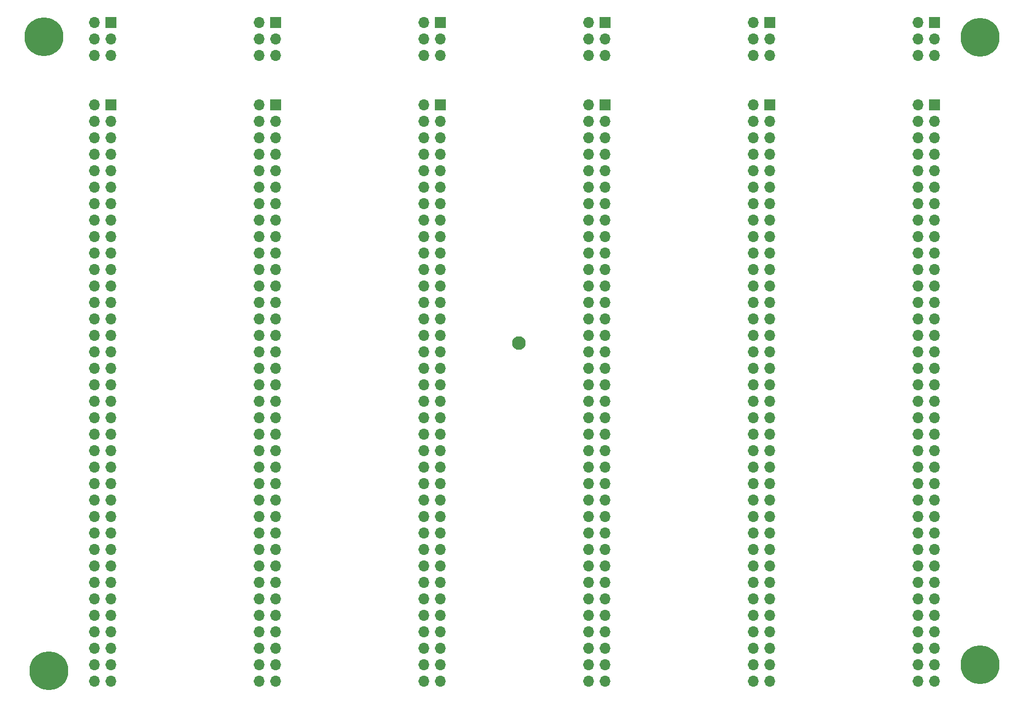
<source format=gbr>
G04 #@! TF.GenerationSoftware,KiCad,Pcbnew,(5.1.8)-1*
G04 #@! TF.CreationDate,2021-01-08T15:15:04-05:00*
G04 #@! TF.ProjectId,backplane,6261636b-706c-4616-9e65-2e6b69636164,rev?*
G04 #@! TF.SameCoordinates,Original*
G04 #@! TF.FileFunction,Soldermask,Top*
G04 #@! TF.FilePolarity,Negative*
%FSLAX46Y46*%
G04 Gerber Fmt 4.6, Leading zero omitted, Abs format (unit mm)*
G04 Created by KiCad (PCBNEW (5.1.8)-1) date 2021-01-08 15:15:04*
%MOMM*%
%LPD*%
G01*
G04 APERTURE LIST*
%ADD10C,6.000000*%
%ADD11C,3.400000*%
%ADD12C,2.100000*%
%ADD13O,1.700000X1.700000*%
%ADD14R,1.700000X1.700000*%
G04 APERTURE END LIST*
D10*
G04 #@! TO.C,H4*
X117415000Y-138109000D03*
D11*
X117415000Y-138109000D03*
G04 #@! TD*
D12*
G04 #@! TO.C,H5*
X189925000Y-87570000D03*
G04 #@! TD*
D10*
G04 #@! TO.C,H3*
X261045000Y-40453000D03*
D11*
X261045000Y-40453000D03*
G04 #@! TD*
D10*
G04 #@! TO.C,H2*
X116646000Y-40326000D03*
D11*
X116646000Y-40326000D03*
G04 #@! TD*
D10*
G04 #@! TO.C,H1*
X261045000Y-137227000D03*
D11*
X261045000Y-137227000D03*
G04 #@! TD*
D13*
G04 #@! TO.C,J10*
X226060000Y-139700000D03*
X228600000Y-139700000D03*
X226060000Y-137160000D03*
X228600000Y-137160000D03*
X226060000Y-134620000D03*
X228600000Y-134620000D03*
X226060000Y-132080000D03*
X228600000Y-132080000D03*
X226060000Y-129540000D03*
X228600000Y-129540000D03*
X226060000Y-127000000D03*
X228600000Y-127000000D03*
X226060000Y-124460000D03*
X228600000Y-124460000D03*
X226060000Y-121920000D03*
X228600000Y-121920000D03*
X226060000Y-119380000D03*
X228600000Y-119380000D03*
X226060000Y-116840000D03*
X228600000Y-116840000D03*
X226060000Y-114300000D03*
X228600000Y-114300000D03*
X226060000Y-111760000D03*
X228600000Y-111760000D03*
X226060000Y-109220000D03*
X228600000Y-109220000D03*
X226060000Y-106680000D03*
X228600000Y-106680000D03*
X226060000Y-104140000D03*
X228600000Y-104140000D03*
X226060000Y-101600000D03*
X228600000Y-101600000D03*
X226060000Y-99060000D03*
X228600000Y-99060000D03*
X226060000Y-96520000D03*
X228600000Y-96520000D03*
X226060000Y-93980000D03*
X228600000Y-93980000D03*
X226060000Y-91440000D03*
X228600000Y-91440000D03*
X226060000Y-88900000D03*
X228600000Y-88900000D03*
X226060000Y-86360000D03*
X228600000Y-86360000D03*
X226060000Y-83820000D03*
X228600000Y-83820000D03*
X226060000Y-81280000D03*
X228600000Y-81280000D03*
X226060000Y-78740000D03*
X228600000Y-78740000D03*
X226060000Y-76200000D03*
X228600000Y-76200000D03*
X226060000Y-73660000D03*
X228600000Y-73660000D03*
X226060000Y-71120000D03*
X228600000Y-71120000D03*
X226060000Y-68580000D03*
X228600000Y-68580000D03*
X226060000Y-66040000D03*
X228600000Y-66040000D03*
X226060000Y-63500000D03*
X228600000Y-63500000D03*
X226060000Y-60960000D03*
X228600000Y-60960000D03*
X226060000Y-58420000D03*
X228600000Y-58420000D03*
X226060000Y-55880000D03*
X228600000Y-55880000D03*
X226060000Y-53340000D03*
X228600000Y-53340000D03*
X226060000Y-50800000D03*
D14*
X228600000Y-50800000D03*
G04 #@! TD*
D13*
G04 #@! TO.C,J8*
X200660000Y-139700000D03*
X203200000Y-139700000D03*
X200660000Y-137160000D03*
X203200000Y-137160000D03*
X200660000Y-134620000D03*
X203200000Y-134620000D03*
X200660000Y-132080000D03*
X203200000Y-132080000D03*
X200660000Y-129540000D03*
X203200000Y-129540000D03*
X200660000Y-127000000D03*
X203200000Y-127000000D03*
X200660000Y-124460000D03*
X203200000Y-124460000D03*
X200660000Y-121920000D03*
X203200000Y-121920000D03*
X200660000Y-119380000D03*
X203200000Y-119380000D03*
X200660000Y-116840000D03*
X203200000Y-116840000D03*
X200660000Y-114300000D03*
X203200000Y-114300000D03*
X200660000Y-111760000D03*
X203200000Y-111760000D03*
X200660000Y-109220000D03*
X203200000Y-109220000D03*
X200660000Y-106680000D03*
X203200000Y-106680000D03*
X200660000Y-104140000D03*
X203200000Y-104140000D03*
X200660000Y-101600000D03*
X203200000Y-101600000D03*
X200660000Y-99060000D03*
X203200000Y-99060000D03*
X200660000Y-96520000D03*
X203200000Y-96520000D03*
X200660000Y-93980000D03*
X203200000Y-93980000D03*
X200660000Y-91440000D03*
X203200000Y-91440000D03*
X200660000Y-88900000D03*
X203200000Y-88900000D03*
X200660000Y-86360000D03*
X203200000Y-86360000D03*
X200660000Y-83820000D03*
X203200000Y-83820000D03*
X200660000Y-81280000D03*
X203200000Y-81280000D03*
X200660000Y-78740000D03*
X203200000Y-78740000D03*
X200660000Y-76200000D03*
X203200000Y-76200000D03*
X200660000Y-73660000D03*
X203200000Y-73660000D03*
X200660000Y-71120000D03*
X203200000Y-71120000D03*
X200660000Y-68580000D03*
X203200000Y-68580000D03*
X200660000Y-66040000D03*
X203200000Y-66040000D03*
X200660000Y-63500000D03*
X203200000Y-63500000D03*
X200660000Y-60960000D03*
X203200000Y-60960000D03*
X200660000Y-58420000D03*
X203200000Y-58420000D03*
X200660000Y-55880000D03*
X203200000Y-55880000D03*
X200660000Y-53340000D03*
X203200000Y-53340000D03*
X200660000Y-50800000D03*
D14*
X203200000Y-50800000D03*
G04 #@! TD*
D13*
G04 #@! TO.C,J6*
X175260000Y-139700000D03*
X177800000Y-139700000D03*
X175260000Y-137160000D03*
X177800000Y-137160000D03*
X175260000Y-134620000D03*
X177800000Y-134620000D03*
X175260000Y-132080000D03*
X177800000Y-132080000D03*
X175260000Y-129540000D03*
X177800000Y-129540000D03*
X175260000Y-127000000D03*
X177800000Y-127000000D03*
X175260000Y-124460000D03*
X177800000Y-124460000D03*
X175260000Y-121920000D03*
X177800000Y-121920000D03*
X175260000Y-119380000D03*
X177800000Y-119380000D03*
X175260000Y-116840000D03*
X177800000Y-116840000D03*
X175260000Y-114300000D03*
X177800000Y-114300000D03*
X175260000Y-111760000D03*
X177800000Y-111760000D03*
X175260000Y-109220000D03*
X177800000Y-109220000D03*
X175260000Y-106680000D03*
X177800000Y-106680000D03*
X175260000Y-104140000D03*
X177800000Y-104140000D03*
X175260000Y-101600000D03*
X177800000Y-101600000D03*
X175260000Y-99060000D03*
X177800000Y-99060000D03*
X175260000Y-96520000D03*
X177800000Y-96520000D03*
X175260000Y-93980000D03*
X177800000Y-93980000D03*
X175260000Y-91440000D03*
X177800000Y-91440000D03*
X175260000Y-88900000D03*
X177800000Y-88900000D03*
X175260000Y-86360000D03*
X177800000Y-86360000D03*
X175260000Y-83820000D03*
X177800000Y-83820000D03*
X175260000Y-81280000D03*
X177800000Y-81280000D03*
X175260000Y-78740000D03*
X177800000Y-78740000D03*
X175260000Y-76200000D03*
X177800000Y-76200000D03*
X175260000Y-73660000D03*
X177800000Y-73660000D03*
X175260000Y-71120000D03*
X177800000Y-71120000D03*
X175260000Y-68580000D03*
X177800000Y-68580000D03*
X175260000Y-66040000D03*
X177800000Y-66040000D03*
X175260000Y-63500000D03*
X177800000Y-63500000D03*
X175260000Y-60960000D03*
X177800000Y-60960000D03*
X175260000Y-58420000D03*
X177800000Y-58420000D03*
X175260000Y-55880000D03*
X177800000Y-55880000D03*
X175260000Y-53340000D03*
X177800000Y-53340000D03*
X175260000Y-50800000D03*
D14*
X177800000Y-50800000D03*
G04 #@! TD*
D13*
G04 #@! TO.C,J4*
X149860000Y-139700000D03*
X152400000Y-139700000D03*
X149860000Y-137160000D03*
X152400000Y-137160000D03*
X149860000Y-134620000D03*
X152400000Y-134620000D03*
X149860000Y-132080000D03*
X152400000Y-132080000D03*
X149860000Y-129540000D03*
X152400000Y-129540000D03*
X149860000Y-127000000D03*
X152400000Y-127000000D03*
X149860000Y-124460000D03*
X152400000Y-124460000D03*
X149860000Y-121920000D03*
X152400000Y-121920000D03*
X149860000Y-119380000D03*
X152400000Y-119380000D03*
X149860000Y-116840000D03*
X152400000Y-116840000D03*
X149860000Y-114300000D03*
X152400000Y-114300000D03*
X149860000Y-111760000D03*
X152400000Y-111760000D03*
X149860000Y-109220000D03*
X152400000Y-109220000D03*
X149860000Y-106680000D03*
X152400000Y-106680000D03*
X149860000Y-104140000D03*
X152400000Y-104140000D03*
X149860000Y-101600000D03*
X152400000Y-101600000D03*
X149860000Y-99060000D03*
X152400000Y-99060000D03*
X149860000Y-96520000D03*
X152400000Y-96520000D03*
X149860000Y-93980000D03*
X152400000Y-93980000D03*
X149860000Y-91440000D03*
X152400000Y-91440000D03*
X149860000Y-88900000D03*
X152400000Y-88900000D03*
X149860000Y-86360000D03*
X152400000Y-86360000D03*
X149860000Y-83820000D03*
X152400000Y-83820000D03*
X149860000Y-81280000D03*
X152400000Y-81280000D03*
X149860000Y-78740000D03*
X152400000Y-78740000D03*
X149860000Y-76200000D03*
X152400000Y-76200000D03*
X149860000Y-73660000D03*
X152400000Y-73660000D03*
X149860000Y-71120000D03*
X152400000Y-71120000D03*
X149860000Y-68580000D03*
X152400000Y-68580000D03*
X149860000Y-66040000D03*
X152400000Y-66040000D03*
X149860000Y-63500000D03*
X152400000Y-63500000D03*
X149860000Y-60960000D03*
X152400000Y-60960000D03*
X149860000Y-58420000D03*
X152400000Y-58420000D03*
X149860000Y-55880000D03*
X152400000Y-55880000D03*
X149860000Y-53340000D03*
X152400000Y-53340000D03*
X149860000Y-50800000D03*
D14*
X152400000Y-50800000D03*
G04 #@! TD*
D13*
G04 #@! TO.C,J2*
X124460000Y-139700000D03*
X127000000Y-139700000D03*
X124460000Y-137160000D03*
X127000000Y-137160000D03*
X124460000Y-134620000D03*
X127000000Y-134620000D03*
X124460000Y-132080000D03*
X127000000Y-132080000D03*
X124460000Y-129540000D03*
X127000000Y-129540000D03*
X124460000Y-127000000D03*
X127000000Y-127000000D03*
X124460000Y-124460000D03*
X127000000Y-124460000D03*
X124460000Y-121920000D03*
X127000000Y-121920000D03*
X124460000Y-119380000D03*
X127000000Y-119380000D03*
X124460000Y-116840000D03*
X127000000Y-116840000D03*
X124460000Y-114300000D03*
X127000000Y-114300000D03*
X124460000Y-111760000D03*
X127000000Y-111760000D03*
X124460000Y-109220000D03*
X127000000Y-109220000D03*
X124460000Y-106680000D03*
X127000000Y-106680000D03*
X124460000Y-104140000D03*
X127000000Y-104140000D03*
X124460000Y-101600000D03*
X127000000Y-101600000D03*
X124460000Y-99060000D03*
X127000000Y-99060000D03*
X124460000Y-96520000D03*
X127000000Y-96520000D03*
X124460000Y-93980000D03*
X127000000Y-93980000D03*
X124460000Y-91440000D03*
X127000000Y-91440000D03*
X124460000Y-88900000D03*
X127000000Y-88900000D03*
X124460000Y-86360000D03*
X127000000Y-86360000D03*
X124460000Y-83820000D03*
X127000000Y-83820000D03*
X124460000Y-81280000D03*
X127000000Y-81280000D03*
X124460000Y-78740000D03*
X127000000Y-78740000D03*
X124460000Y-76200000D03*
X127000000Y-76200000D03*
X124460000Y-73660000D03*
X127000000Y-73660000D03*
X124460000Y-71120000D03*
X127000000Y-71120000D03*
X124460000Y-68580000D03*
X127000000Y-68580000D03*
X124460000Y-66040000D03*
X127000000Y-66040000D03*
X124460000Y-63500000D03*
X127000000Y-63500000D03*
X124460000Y-60960000D03*
X127000000Y-60960000D03*
X124460000Y-58420000D03*
X127000000Y-58420000D03*
X124460000Y-55880000D03*
X127000000Y-55880000D03*
X124460000Y-53340000D03*
X127000000Y-53340000D03*
X124460000Y-50800000D03*
D14*
X127000000Y-50800000D03*
G04 #@! TD*
D13*
G04 #@! TO.C,J11*
X226060000Y-43180000D03*
X228600000Y-43180000D03*
X226060000Y-40640000D03*
X228600000Y-40640000D03*
X226060000Y-38100000D03*
D14*
X228600000Y-38100000D03*
G04 #@! TD*
D13*
G04 #@! TO.C,J9*
X124460000Y-43180000D03*
X127000000Y-43180000D03*
X124460000Y-40640000D03*
X127000000Y-40640000D03*
X124460000Y-38100000D03*
D14*
X127000000Y-38100000D03*
G04 #@! TD*
D13*
G04 #@! TO.C,J7*
X251460000Y-43180000D03*
X254000000Y-43180000D03*
X251460000Y-40640000D03*
X254000000Y-40640000D03*
X251460000Y-38100000D03*
D14*
X254000000Y-38100000D03*
G04 #@! TD*
D13*
G04 #@! TO.C,J5*
X200660000Y-43180000D03*
X203200000Y-43180000D03*
X200660000Y-40640000D03*
X203200000Y-40640000D03*
X200660000Y-38100000D03*
D14*
X203200000Y-38100000D03*
G04 #@! TD*
D13*
G04 #@! TO.C,J3*
X149860000Y-43180000D03*
X152400000Y-43180000D03*
X149860000Y-40640000D03*
X152400000Y-40640000D03*
X149860000Y-38100000D03*
D14*
X152400000Y-38100000D03*
G04 #@! TD*
D13*
G04 #@! TO.C,J1*
X175260000Y-43180000D03*
X177800000Y-43180000D03*
X175260000Y-40640000D03*
X177800000Y-40640000D03*
X175260000Y-38100000D03*
D14*
X177800000Y-38100000D03*
G04 #@! TD*
D13*
G04 #@! TO.C,J12*
X251460000Y-139700000D03*
X254000000Y-139700000D03*
X251460000Y-137160000D03*
X254000000Y-137160000D03*
X251460000Y-134620000D03*
X254000000Y-134620000D03*
X251460000Y-132080000D03*
X254000000Y-132080000D03*
X251460000Y-129540000D03*
X254000000Y-129540000D03*
X251460000Y-127000000D03*
X254000000Y-127000000D03*
X251460000Y-124460000D03*
X254000000Y-124460000D03*
X251460000Y-121920000D03*
X254000000Y-121920000D03*
X251460000Y-119380000D03*
X254000000Y-119380000D03*
X251460000Y-116840000D03*
X254000000Y-116840000D03*
X251460000Y-114300000D03*
X254000000Y-114300000D03*
X251460000Y-111760000D03*
X254000000Y-111760000D03*
X251460000Y-109220000D03*
X254000000Y-109220000D03*
X251460000Y-106680000D03*
X254000000Y-106680000D03*
X251460000Y-104140000D03*
X254000000Y-104140000D03*
X251460000Y-101600000D03*
X254000000Y-101600000D03*
X251460000Y-99060000D03*
X254000000Y-99060000D03*
X251460000Y-96520000D03*
X254000000Y-96520000D03*
X251460000Y-93980000D03*
X254000000Y-93980000D03*
X251460000Y-91440000D03*
X254000000Y-91440000D03*
X251460000Y-88900000D03*
X254000000Y-88900000D03*
X251460000Y-86360000D03*
X254000000Y-86360000D03*
X251460000Y-83820000D03*
X254000000Y-83820000D03*
X251460000Y-81280000D03*
X254000000Y-81280000D03*
X251460000Y-78740000D03*
X254000000Y-78740000D03*
X251460000Y-76200000D03*
X254000000Y-76200000D03*
X251460000Y-73660000D03*
X254000000Y-73660000D03*
X251460000Y-71120000D03*
X254000000Y-71120000D03*
X251460000Y-68580000D03*
X254000000Y-68580000D03*
X251460000Y-66040000D03*
X254000000Y-66040000D03*
X251460000Y-63500000D03*
X254000000Y-63500000D03*
X251460000Y-60960000D03*
X254000000Y-60960000D03*
X251460000Y-58420000D03*
X254000000Y-58420000D03*
X251460000Y-55880000D03*
X254000000Y-55880000D03*
X251460000Y-53340000D03*
X254000000Y-53340000D03*
X251460000Y-50800000D03*
D14*
X254000000Y-50800000D03*
G04 #@! TD*
M02*

</source>
